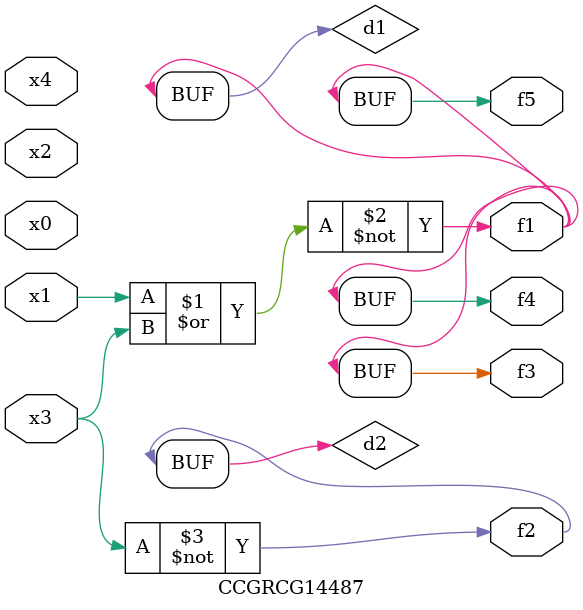
<source format=v>
module CCGRCG14487(
	input x0, x1, x2, x3, x4,
	output f1, f2, f3, f4, f5
);

	wire d1, d2;

	nor (d1, x1, x3);
	not (d2, x3);
	assign f1 = d1;
	assign f2 = d2;
	assign f3 = d1;
	assign f4 = d1;
	assign f5 = d1;
endmodule

</source>
